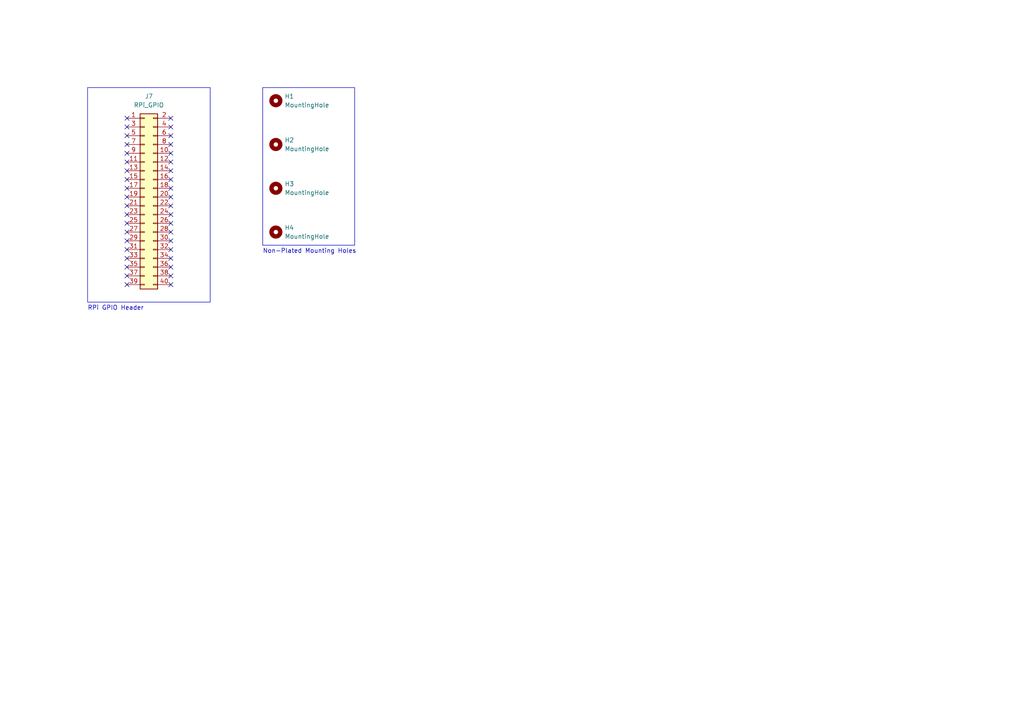
<source format=kicad_sch>
(kicad_sch (version 20230121) (generator eeschema)
  (paper "A4")
  (title_block (title "Raspberry Pi Hat Module Connectors") (date "2023-11-01") (rev "0.1"))
  (lib_symbols
    (symbol "Connector_Generic:Conn_02x20_Odd_Even" (pin_names (offset 1.016) hide)
      (property "Reference" "J" (at 1.27 25.4 0))
      (property "Value" "Conn_02x20_Odd_Even" (at 1.27 -27.94 0))
      (symbol "Conn_02x20_Odd_Even_1_1"
        (rectangle (start -1.27 -25.273) (end 0 -25.527) (stroke (width 0.1524)))
        (rectangle (start -1.27 -22.733) (end 0 -22.987) (stroke (width 0.1524)))
        (rectangle (start -1.27 -20.193) (end 0 -20.447) (stroke (width 0.1524)))
        (rectangle (start -1.27 -17.653) (end 0 -17.907) (stroke (width 0.1524)))
        (rectangle (start -1.27 -15.113) (end 0 -15.367) (stroke (width 0.1524)))
        (rectangle (start -1.27 -12.573) (end 0 -12.827) (stroke (width 0.1524)))
        (rectangle (start -1.27 -10.033) (end 0 -10.287) (stroke (width 0.1524)))
        (rectangle (start -1.27 -7.493) (end 0 -7.747) (stroke (width 0.1524)))
        (rectangle (start -1.27 -4.953) (end 0 -5.207) (stroke (width 0.1524)))
        (rectangle (start -1.27 -2.413) (end 0 -2.667) (stroke (width 0.1524)))
        (rectangle (start -1.27 0.127) (end 0 -0.127) (stroke (width 0.1524)))
        (rectangle (start -1.27 2.667) (end 0 2.413) (stroke (width 0.1524)))
        (rectangle (start -1.27 5.207) (end 0 4.953) (stroke (width 0.1524)))
        (rectangle (start -1.27 7.747) (end 0 7.493) (stroke (width 0.1524)))
        (rectangle (start -1.27 10.287) (end 0 10.033) (stroke (width 0.1524)))
        (rectangle (start -1.27 12.827) (end 0 12.573) (stroke (width 0.1524)))
        (rectangle (start -1.27 15.367) (end 0 15.113) (stroke (width 0.1524)))
        (rectangle (start -1.27 17.907) (end 0 17.653) (stroke (width 0.1524)))
        (rectangle (start -1.27 20.447) (end 0 20.193) (stroke (width 0.1524)))
        (rectangle (start -1.27 22.987) (end 0 22.733) (stroke (width 0.1524)))
        (rectangle (start -1.27 24.13) (end 3.81 -26.67) (stroke (width 0.254)) (fill (type background)))
        (rectangle (start 3.81 -25.273) (end 2.54 -25.527) (stroke (width 0.1524)))
        (rectangle (start 3.81 -22.733) (end 2.54 -22.987) (stroke (width 0.1524)))
        (rectangle (start 3.81 -20.193) (end 2.54 -20.447) (stroke (width 0.1524)))
        (rectangle (start 3.81 -17.653) (end 2.54 -17.907) (stroke (width 0.1524)))
        (rectangle (start 3.81 -15.113) (end 2.54 -15.367) (stroke (width 0.1524)))
        (rectangle (start 3.81 -12.573) (end 2.54 -12.827) (stroke (width 0.1524)))
        (rectangle (start 3.81 -10.033) (end 2.54 -10.287) (stroke (width 0.1524)))
        (rectangle (start 3.81 -7.493) (end 2.54 -7.747) (stroke (width 0.1524)))
        (rectangle (start 3.81 -4.953) (end 2.54 -5.207) (stroke (width 0.1524)))
        (rectangle (start 3.81 -2.413) (end 2.54 -2.667) (stroke (width 0.1524)))
        (rectangle (start 3.81 0.127) (end 2.54 -0.127) (stroke (width 0.1524)))
        (rectangle (start 3.81 2.667) (end 2.54 2.413) (stroke (width 0.1524)))
        (rectangle (start 3.81 5.207) (end 2.54 4.953) (stroke (width 0.1524)))
        (rectangle (start 3.81 7.747) (end 2.54 7.493) (stroke (width 0.1524)))
        (rectangle (start 3.81 10.287) (end 2.54 10.033) (stroke (width 0.1524)))
        (rectangle (start 3.81 12.827) (end 2.54 12.573) (stroke (width 0.1524)))
        (rectangle (start 3.81 15.367) (end 2.54 15.113) (stroke (width 0.1524)))
        (rectangle (start 3.81 17.907) (end 2.54 17.653) (stroke (width 0.1524)))
        (rectangle (start 3.81 20.447) (end 2.54 20.193) (stroke (width 0.1524)))
        (rectangle (start 3.81 22.987) (end 2.54 22.733) (stroke (width 0.1524)))
        (pin passive line (at -5.08 22.86 0) (length 3.81) (name "Pin_1") (number "1"))
        (pin passive line (at 7.62 12.7 180) (length 3.81) (name "Pin_10") (number "10"))
        (pin passive line (at -5.08 10.16 0) (length 3.81) (name "Pin_11") (number "11"))
        (pin passive line (at 7.62 10.16 180) (length 3.81) (name "Pin_12") (number "12"))
        (pin passive line (at -5.08 7.62 0) (length 3.81) (name "Pin_13") (number "13"))
        (pin passive line (at 7.62 7.62 180) (length 3.81) (name "Pin_14") (number "14"))
        (pin passive line (at -5.08 5.08 0) (length 3.81) (name "Pin_15") (number "15"))
        (pin passive line (at 7.62 5.08 180) (length 3.81) (name "Pin_16") (number "16"))
        (pin passive line (at -5.08 2.54 0) (length 3.81) (name "Pin_17") (number "17"))
        (pin passive line (at 7.62 2.54 180) (length 3.81) (name "Pin_18") (number "18"))
        (pin passive line (at -5.08 0 0) (length 3.81) (name "Pin_19") (number "19"))
        (pin passive line (at 7.62 22.86 180) (length 3.81) (name "Pin_2") (number "2"))
        (pin passive line (at 7.62 0 180) (length 3.81) (name "Pin_20") (number "20"))
        (pin passive line (at -5.08 -2.54 0) (length 3.81) (name "Pin_21") (number "21"))
        (pin passive line (at 7.62 -2.54 180) (length 3.81) (name "Pin_22") (number "22"))
        (pin passive line (at -5.08 -5.08 0) (length 3.81) (name "Pin_23") (number "23"))
        (pin passive line (at 7.62 -5.08 180) (length 3.81) (name "Pin_24") (number "24"))
        (pin passive line (at -5.08 -7.62 0) (length 3.81) (name "Pin_25") (number "25"))
        (pin passive line (at 7.62 -7.62 180) (length 3.81) (name "Pin_26") (number "26"))
        (pin passive line (at -5.08 -10.16 0) (length 3.81) (name "Pin_27") (number "27"))
        (pin passive line (at 7.62 -10.16 180) (length 3.81) (name "Pin_28") (number "28"))
        (pin passive line (at -5.08 -12.7 0) (length 3.81) (name "Pin_29") (number "29"))
        (pin passive line (at -5.08 20.32 0) (length 3.81) (name "Pin_3") (number "3"))
        (pin passive line (at 7.62 -12.7 180) (length 3.81) (name "Pin_30") (number "30"))
        (pin passive line (at -5.08 -15.24 0) (length 3.81) (name "Pin_31") (number "31"))
        (pin passive line (at 7.62 -15.24 180) (length 3.81) (name "Pin_32") (number "32"))
        (pin passive line (at -5.08 -17.78 0) (length 3.81) (name "Pin_33") (number "33"))
        (pin passive line (at 7.62 -17.78 180) (length 3.81) (name "Pin_34") (number "34"))
        (pin passive line (at -5.08 -20.32 0) (length 3.81) (name "Pin_35") (number "35"))
        (pin passive line (at 7.62 -20.32 180) (length 3.81) (name "Pin_36") (number "36"))
        (pin passive line (at -5.08 -22.86 0) (length 3.81) (name "Pin_37") (number "37"))
        (pin passive line (at 7.62 -22.86 180) (length 3.81) (name "Pin_38") (number "38"))
        (pin passive line (at -5.08 -25.4 0) (length 3.81) (name "Pin_39") (number "39"))
        (pin passive line (at 7.62 20.32 180) (length 3.81) (name "Pin_4") (number "4"))
        (pin passive line (at 7.62 -25.4 180) (length 3.81) (name "Pin_40") (number "40"))
        (pin passive line (at -5.08 17.78 0) (length 3.81) (name "Pin_5") (number "5"))
        (pin passive line (at 7.62 17.78 180) (length 3.81) (name "Pin_6") (number "6"))
        (pin passive line (at -5.08 15.24 0) (length 3.81) (name "Pin_7") (number "7"))
        (pin passive line (at 7.62 15.24 180) (length 3.81) (name "Pin_8") (number "8"))
        (pin passive line (at -5.08 12.7 0) (length 3.81) (name "Pin_9") (number "9"))
      )
    )
    (symbol "Mechanical:MountingHole" (pin_names (offset 1.016))
      (property "Reference" "H" (at 0 5.08 0))
      (property "Value" "MountingHole" (at 0 3.175 0))
      (symbol "MountingHole_0_1"
        (circle (center 0 0) (radius 1.27) (stroke (width 1.27)))
      )
    )
  )
  (no_connect (at 36.83 54.61))
  (no_connect (at 36.83 57.15))
  (no_connect (at 36.83 52.07))
  (no_connect (at 49.53 67.31))
  (no_connect (at 36.83 36.83))
  (no_connect (at 36.83 41.91))
  (no_connect (at 49.53 39.37))
  (no_connect (at 36.83 72.39))
  (no_connect (at 36.83 82.55))
  (no_connect (at 49.53 74.93))
  (no_connect (at 36.83 34.29))
  (no_connect (at 49.53 57.15))
  (no_connect (at 49.53 62.23))
  (no_connect (at 36.83 62.23))
  (no_connect (at 49.53 59.69))
  (no_connect (at 49.53 72.39))
  (no_connect (at 49.53 36.83))
  (no_connect (at 49.53 77.47))
  (no_connect (at 36.83 49.53))
  (no_connect (at 49.53 80.01))
  (no_connect (at 49.53 52.07))
  (no_connect (at 49.53 41.91))
  (no_connect (at 49.53 69.85))
  (no_connect (at 49.53 82.55))
  (no_connect (at 36.83 59.69))
  (no_connect (at 49.53 64.77))
  (no_connect (at 36.83 67.31))
  (no_connect (at 36.83 39.37))
  (no_connect (at 36.83 44.45))
  (no_connect (at 49.53 46.99))
  (no_connect (at 49.53 54.61))
  (no_connect (at 49.53 49.53))
  (no_connect (at 36.83 74.93))
  (no_connect (at 36.83 46.99))
  (no_connect (at 49.53 34.29))
  (no_connect (at 36.83 69.85))
  (no_connect (at 36.83 64.77))
  (no_connect (at 49.53 44.45))
  (no_connect (at 36.83 80.01))
  (no_connect (at 36.83 77.47))
  (rectangle (start 25.4 25.4) (end 60.96 87.63))
  (rectangle (start 76.2 25.4) (end 102.87 71.12))
  (text "Non-Plated Mounting Holes" (at 76.2 73.66 0) (effects (font (size 1.27 1.27)) (justify left bottom)))
  (text "RPi GPIO Header" (at 25.4 90.17 0) (effects (font (size 1.27 1.27)) (justify left bottom)))
  (symbol (lib_id "Mechanical:MountingHole") (at 80.01 41.91 0) (unit 1)
    (property "Reference" "H2" (at 82.55 40.64 0) (effects (justify left)))
    (property "Value" "MountingHole" (at 82.55 43.18 0) (effects (justify left)))
    (property "Footprint" "parts:RPi_Hat_Mounting_Hole" (effects hide))
  )
  (symbol (lib_id "Connector_Generic:Conn_02x20_Odd_Even") (at 41.91 57.15 0) (unit 1)
    (property "Reference" "J7" (at 43.18 27.94 0))
    (property "Value" "RPi_GPIO" (at 43.18 30.48 0))
    (property "Footprint" "Connector_PinSocket_2.54mm:PinSocket_2x20_P2.54mm_Vertical" (effects hide))
  )
  (symbol (lib_id "Mechanical:MountingHole") (at 80.01 67.31 0) (unit 1)
    (property "Reference" "H4" (at 82.55 66.04 0) (effects (justify left)))
    (property "Value" "MountingHole" (at 82.55 68.58 0) (effects (justify left)))
    (property "Footprint" "parts:RPi_Hat_Mounting_Hole" (effects hide))
  )
  (symbol (lib_id "Mechanical:MountingHole") (at 80.01 29.21 0) (unit 1)
    (property "Reference" "H1" (at 82.55 27.94 0) (effects (justify left)))
    (property "Value" "MountingHole" (at 82.55 30.48 0) (effects (justify left)))
    (property "Footprint" "parts:RPi_Hat_Mounting_Hole" (effects hide))
  )
  (symbol (lib_id "Mechanical:MountingHole") (at 80.01 54.61 0) (unit 1)
    (property "Reference" "H3" (at 82.55 53.34 0) (effects (justify left)))
    (property "Value" "MountingHole" (at 82.55 55.88 0) (effects (justify left)))
    (property "Footprint" "parts:RPi_Hat_Mounting_Hole" (effects hide))
  )
)
</source>
